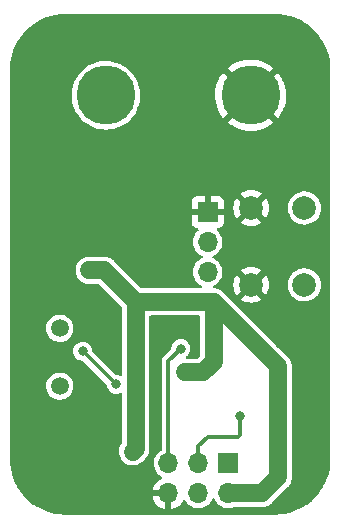
<source format=gbr>
%TF.GenerationSoftware,KiCad,Pcbnew,6.0.11+dfsg-1*%
%TF.CreationDate,2023-09-04T21:51:10-07:00*%
%TF.ProjectId,electrical_intro_project,656c6563-7472-4696-9361-6c5f696e7472,rev?*%
%TF.SameCoordinates,Original*%
%TF.FileFunction,Copper,L2,Bot*%
%TF.FilePolarity,Positive*%
%FSLAX46Y46*%
G04 Gerber Fmt 4.6, Leading zero omitted, Abs format (unit mm)*
G04 Created by KiCad (PCBNEW 6.0.11+dfsg-1) date 2023-09-04 21:51:10*
%MOMM*%
%LPD*%
G01*
G04 APERTURE LIST*
%TA.AperFunction,ComponentPad*%
%ADD10C,5.000000*%
%TD*%
%TA.AperFunction,ComponentPad*%
%ADD11R,1.700000X1.700000*%
%TD*%
%TA.AperFunction,ComponentPad*%
%ADD12O,1.700000X1.700000*%
%TD*%
%TA.AperFunction,ComponentPad*%
%ADD13C,1.500000*%
%TD*%
%TA.AperFunction,ComponentPad*%
%ADD14C,2.000000*%
%TD*%
%TA.AperFunction,ViaPad*%
%ADD15C,0.800000*%
%TD*%
%TA.AperFunction,Conductor*%
%ADD16C,1.500000*%
%TD*%
%TA.AperFunction,Conductor*%
%ADD17C,0.300000*%
%TD*%
G04 APERTURE END LIST*
D10*
%TO.P,TP6,1,1*%
%TO.N,GND*%
X155400000Y-88560000D03*
%TD*%
D11*
%TO.P,J1,1,MISO*%
%TO.N,MISO*%
X153525000Y-119725000D03*
D12*
%TO.P,J1,2,VCC*%
%TO.N,+5V*%
X153525000Y-122265000D03*
%TO.P,J1,3,SCK*%
%TO.N,SCK*%
X150985000Y-119725000D03*
%TO.P,J1,4,MOSI*%
%TO.N,MOSI*%
X150985000Y-122265000D03*
%TO.P,J1,5,~{RST}*%
%TO.N,RST*%
X148445000Y-119725000D03*
%TO.P,J1,6,GND*%
%TO.N,GND*%
X148445000Y-122265000D03*
%TD*%
D13*
%TO.P,Y1,1,1*%
%TO.N,XTAL1*%
X139250000Y-108300000D03*
%TO.P,Y1,2,2*%
%TO.N,XTAL2*%
X139250000Y-113180000D03*
%TD*%
D11*
%TO.P,J2,1,Pin_1*%
%TO.N,GND*%
X151765000Y-98440000D03*
D12*
%TO.P,J2,2,Pin_2*%
%TO.N,USART_TX*%
X151765000Y-100980000D03*
%TO.P,J2,3,Pin_3*%
%TO.N,USART_RX*%
X151765000Y-103520000D03*
%TD*%
D14*
%TO.P,SW1,1,1*%
%TO.N,GND*%
X155460000Y-98100000D03*
X155460000Y-104600000D03*
%TO.P,SW1,2,2*%
%TO.N,button_pin*%
X159960000Y-104600000D03*
X159960000Y-98100000D03*
%TD*%
D10*
%TO.P,TP5,1,1*%
%TO.N,Net-(C4-Pad1)*%
X143150000Y-88560000D03*
%TD*%
D15*
%TO.N,+5V*%
X145415000Y-118745000D03*
X151384000Y-112014000D03*
X149871000Y-112003000D03*
X141732000Y-103378000D03*
X157734000Y-112395000D03*
%TO.N,GND*%
X143000000Y-105666000D03*
X137922000Y-103632000D03*
X157861000Y-109601000D03*
X141478000Y-112268000D03*
%TO.N,XTAL1*%
X141175000Y-110225000D03*
X144018000Y-113030000D03*
%TO.N,SCK*%
X154500000Y-115750000D03*
%TO.N,RST*%
X149500000Y-110000000D03*
%TD*%
D16*
%TO.N,+5V*%
X145669000Y-106045000D02*
X152273000Y-106045000D01*
X152273000Y-106045000D02*
X157734000Y-111506000D01*
X152273000Y-111125000D02*
X151384000Y-112014000D01*
X145669000Y-106045000D02*
X143002000Y-103378000D01*
X152273000Y-106045000D02*
X152273000Y-111125000D01*
X157734000Y-120904000D02*
X156373000Y-122265000D01*
X143002000Y-103378000D02*
X141732000Y-103378000D01*
X145669000Y-106045000D02*
X145669000Y-118491000D01*
X156373000Y-122265000D02*
X153525000Y-122265000D01*
X157734000Y-111506000D02*
X157734000Y-120904000D01*
X145669000Y-118491000D02*
X145415000Y-118745000D01*
X149882000Y-112014000D02*
X149871000Y-112003000D01*
X151384000Y-112014000D02*
X149882000Y-112014000D01*
D17*
%TO.N,XTAL1*%
X143980000Y-113030000D02*
X144018000Y-113030000D01*
X141175000Y-110225000D02*
X143980000Y-113030000D01*
%TO.N,SCK*%
X154500000Y-117280000D02*
X154305000Y-117475000D01*
X151765000Y-117475000D02*
X150985000Y-118255000D01*
X154305000Y-117475000D02*
X151765000Y-117475000D01*
X154500000Y-115750000D02*
X154500000Y-117280000D01*
X150985000Y-118255000D02*
X150985000Y-119725000D01*
%TO.N,RST*%
X148445000Y-119725000D02*
X148445000Y-111055000D01*
X148445000Y-111055000D02*
X149500000Y-110000000D01*
%TD*%
%TA.AperFunction,Conductor*%
%TO.N,GND*%
G36*
X157458274Y-81682051D02*
G01*
X157480000Y-81685492D01*
X157492174Y-81683564D01*
X157517379Y-81682132D01*
X157882350Y-81698067D01*
X157893298Y-81699025D01*
X158287144Y-81750875D01*
X158297949Y-81752781D01*
X158685779Y-81838761D01*
X158696389Y-81841604D01*
X159075240Y-81961055D01*
X159085553Y-81964808D01*
X159452575Y-82116834D01*
X159462519Y-82121472D01*
X159814867Y-82304892D01*
X159824387Y-82310388D01*
X160159406Y-82523819D01*
X160168410Y-82530123D01*
X160483566Y-82771950D01*
X160491986Y-82779016D01*
X160784850Y-83047377D01*
X160792623Y-83055150D01*
X161060984Y-83348014D01*
X161068050Y-83356434D01*
X161309877Y-83671590D01*
X161316181Y-83680594D01*
X161529612Y-84015613D01*
X161535108Y-84025133D01*
X161718524Y-84377472D01*
X161723170Y-84387434D01*
X161875189Y-84754439D01*
X161878948Y-84764768D01*
X161998396Y-85143610D01*
X162001239Y-85154221D01*
X162087219Y-85542051D01*
X162089125Y-85552856D01*
X162120190Y-85788819D01*
X162140975Y-85946701D01*
X162141933Y-85957650D01*
X162155672Y-86272316D01*
X162157868Y-86322617D01*
X162156436Y-86347826D01*
X162154508Y-86360000D01*
X162156059Y-86369793D01*
X162157949Y-86381726D01*
X162159500Y-86401436D01*
X162159500Y-119338564D01*
X162157949Y-119358274D01*
X162154508Y-119380000D01*
X162156059Y-119389793D01*
X162156436Y-119392173D01*
X162157868Y-119417379D01*
X162149045Y-119619459D01*
X162141933Y-119782349D01*
X162140975Y-119793298D01*
X162093607Y-120153101D01*
X162089126Y-120187136D01*
X162087219Y-120197949D01*
X162012326Y-120535772D01*
X162001241Y-120585773D01*
X161998396Y-120596389D01*
X161879108Y-120974725D01*
X161878948Y-120975232D01*
X161875192Y-120985553D01*
X161725822Y-121346164D01*
X161723170Y-121352566D01*
X161718528Y-121362519D01*
X161572859Y-121642348D01*
X161535108Y-121714867D01*
X161529613Y-121724385D01*
X161487950Y-121789783D01*
X161316181Y-122059406D01*
X161309877Y-122068410D01*
X161068050Y-122383566D01*
X161060987Y-122391983D01*
X160803886Y-122672559D01*
X160792623Y-122684850D01*
X160784854Y-122692619D01*
X160589053Y-122872038D01*
X160491986Y-122960984D01*
X160483566Y-122968050D01*
X160168410Y-123209877D01*
X160159406Y-123216181D01*
X160106062Y-123250165D01*
X159846115Y-123415770D01*
X159824387Y-123429612D01*
X159814868Y-123435107D01*
X159462519Y-123618528D01*
X159452575Y-123623166D01*
X159085553Y-123775192D01*
X159075240Y-123778945D01*
X158696390Y-123898396D01*
X158685779Y-123901239D01*
X158297949Y-123987219D01*
X158287144Y-123989125D01*
X157893299Y-124040975D01*
X157882350Y-124041933D01*
X157517379Y-124057868D01*
X157492174Y-124056436D01*
X157480000Y-124054508D01*
X157470207Y-124056059D01*
X157458274Y-124057949D01*
X157438564Y-124059500D01*
X139741436Y-124059500D01*
X139721726Y-124057949D01*
X139709793Y-124056059D01*
X139700000Y-124054508D01*
X139687826Y-124056436D01*
X139662621Y-124057868D01*
X139297650Y-124041933D01*
X139286701Y-124040975D01*
X138892856Y-123989125D01*
X138882051Y-123987219D01*
X138494221Y-123901239D01*
X138483610Y-123898396D01*
X138104760Y-123778945D01*
X138094447Y-123775192D01*
X137727425Y-123623166D01*
X137717481Y-123618528D01*
X137365132Y-123435107D01*
X137355613Y-123429612D01*
X137333886Y-123415770D01*
X137073938Y-123250165D01*
X137020594Y-123216181D01*
X137011590Y-123209877D01*
X136696434Y-122968050D01*
X136688014Y-122960984D01*
X136590947Y-122872038D01*
X136395146Y-122692619D01*
X136387377Y-122684850D01*
X136376115Y-122672559D01*
X136248201Y-122532966D01*
X147113257Y-122532966D01*
X147143565Y-122667446D01*
X147146645Y-122677275D01*
X147226770Y-122874603D01*
X147231413Y-122883794D01*
X147342694Y-123065388D01*
X147348777Y-123073699D01*
X147488213Y-123234667D01*
X147495580Y-123241883D01*
X147659434Y-123377916D01*
X147667881Y-123383831D01*
X147851756Y-123491279D01*
X147861042Y-123495729D01*
X148060001Y-123571703D01*
X148069899Y-123574579D01*
X148173250Y-123595606D01*
X148187299Y-123594410D01*
X148191000Y-123584065D01*
X148191000Y-122537115D01*
X148186525Y-122521876D01*
X148185135Y-122520671D01*
X148177452Y-122519000D01*
X147128225Y-122519000D01*
X147114694Y-122522973D01*
X147113257Y-122532966D01*
X136248201Y-122532966D01*
X136119013Y-122391983D01*
X136111950Y-122383566D01*
X135870123Y-122068410D01*
X135863819Y-122059406D01*
X135692050Y-121789783D01*
X135650387Y-121724385D01*
X135644892Y-121714867D01*
X135607141Y-121642348D01*
X135461472Y-121362519D01*
X135456830Y-121352566D01*
X135454179Y-121346164D01*
X135304808Y-120985553D01*
X135301052Y-120975232D01*
X135300893Y-120974725D01*
X135181604Y-120596389D01*
X135178759Y-120585773D01*
X135167674Y-120535772D01*
X135092781Y-120197949D01*
X135090874Y-120187136D01*
X135086394Y-120153101D01*
X135039025Y-119793298D01*
X135038067Y-119782349D01*
X135030955Y-119619459D01*
X135022132Y-119417379D01*
X135023564Y-119392173D01*
X135023941Y-119389793D01*
X135025492Y-119380000D01*
X135022051Y-119358274D01*
X135020500Y-119338564D01*
X135020500Y-113149754D01*
X138094967Y-113149754D01*
X138108796Y-113360749D01*
X138110217Y-113366345D01*
X138110218Y-113366350D01*
X138132784Y-113455200D01*
X138160845Y-113565690D01*
X138249369Y-113757714D01*
X138371405Y-113930391D01*
X138522865Y-114077937D01*
X138527661Y-114081142D01*
X138527664Y-114081144D01*
X138670936Y-114176875D01*
X138698677Y-114195411D01*
X138703985Y-114197692D01*
X138703986Y-114197692D01*
X138887650Y-114276600D01*
X138887653Y-114276601D01*
X138892953Y-114278878D01*
X138898582Y-114280152D01*
X138898583Y-114280152D01*
X139093550Y-114324269D01*
X139093553Y-114324269D01*
X139099186Y-114325544D01*
X139104957Y-114325771D01*
X139104959Y-114325771D01*
X139166989Y-114328208D01*
X139310470Y-114333846D01*
X139316179Y-114333018D01*
X139316183Y-114333018D01*
X139514015Y-114304333D01*
X139514019Y-114304332D01*
X139519730Y-114303504D01*
X139598987Y-114276600D01*
X139714483Y-114237395D01*
X139714488Y-114237393D01*
X139719955Y-114235537D01*
X139724998Y-114232713D01*
X139899395Y-114135046D01*
X139899399Y-114135043D01*
X139904442Y-114132219D01*
X140067012Y-113997012D01*
X140202219Y-113834442D01*
X140205043Y-113829399D01*
X140205046Y-113829395D01*
X140302713Y-113654998D01*
X140302714Y-113654996D01*
X140305537Y-113649955D01*
X140307393Y-113644488D01*
X140307395Y-113644483D01*
X140371647Y-113455200D01*
X140373504Y-113449730D01*
X140384497Y-113373918D01*
X140403314Y-113244140D01*
X140403314Y-113244138D01*
X140403846Y-113240470D01*
X140405429Y-113180000D01*
X140386081Y-112969440D01*
X140328686Y-112765931D01*
X140317553Y-112743354D01*
X140237719Y-112581469D01*
X140235165Y-112576290D01*
X140108651Y-112406867D01*
X139953381Y-112263337D01*
X139924696Y-112245238D01*
X139779434Y-112153584D01*
X139779433Y-112153584D01*
X139774554Y-112150505D01*
X139578160Y-112072152D01*
X139572503Y-112071027D01*
X139572497Y-112071025D01*
X139376442Y-112032028D01*
X139376440Y-112032028D01*
X139370775Y-112030901D01*
X139365000Y-112030825D01*
X139364996Y-112030825D01*
X139258976Y-112029437D01*
X139159346Y-112028133D01*
X139153649Y-112029112D01*
X139153648Y-112029112D01*
X138956650Y-112062962D01*
X138956649Y-112062962D01*
X138950953Y-112063941D01*
X138752575Y-112137127D01*
X138747614Y-112140079D01*
X138747613Y-112140079D01*
X138594496Y-112231174D01*
X138570856Y-112245238D01*
X138411881Y-112384655D01*
X138280976Y-112550708D01*
X138278287Y-112555819D01*
X138278285Y-112555822D01*
X138264792Y-112581469D01*
X138182523Y-112737836D01*
X138119820Y-112939773D01*
X138094967Y-113149754D01*
X135020500Y-113149754D01*
X135020500Y-110213753D01*
X140369514Y-110213753D01*
X140370201Y-110220760D01*
X140370201Y-110220763D01*
X140378276Y-110303119D01*
X140387039Y-110392486D01*
X140443726Y-110562896D01*
X140447373Y-110568918D01*
X140523722Y-110694985D01*
X140536759Y-110716512D01*
X140541648Y-110721575D01*
X140541649Y-110721576D01*
X140600210Y-110782217D01*
X140661514Y-110845699D01*
X140811789Y-110944036D01*
X140980116Y-111006636D01*
X140987097Y-111007567D01*
X140987099Y-111007568D01*
X141151150Y-111029457D01*
X141151153Y-111029457D01*
X141158130Y-111030388D01*
X141157974Y-111031555D01*
X141219045Y-111050886D01*
X141237813Y-111066338D01*
X143183035Y-113011559D01*
X143217060Y-113073871D01*
X143219339Y-113088359D01*
X143222225Y-113117795D01*
X143230039Y-113197486D01*
X143232262Y-113204168D01*
X143232262Y-113204169D01*
X143284349Y-113360749D01*
X143286726Y-113367896D01*
X143379759Y-113521512D01*
X143384648Y-113526575D01*
X143384649Y-113526576D01*
X143461713Y-113606378D01*
X143504514Y-113650699D01*
X143654789Y-113749036D01*
X143823116Y-113811636D01*
X143830097Y-113812567D01*
X143830099Y-113812568D01*
X143994149Y-113834457D01*
X143994153Y-113834457D01*
X144001130Y-113835388D01*
X144008142Y-113834750D01*
X144008146Y-113834750D01*
X144172960Y-113819751D01*
X144172961Y-113819751D01*
X144179981Y-113819112D01*
X144350782Y-113763615D01*
X144351517Y-113765877D01*
X144410747Y-113757514D01*
X144475253Y-113787171D01*
X144513486Y-113846994D01*
X144518500Y-113882186D01*
X144518500Y-117978014D01*
X144498498Y-118046135D01*
X144489381Y-118058575D01*
X144462781Y-118090558D01*
X144459957Y-118095601D01*
X144459954Y-118095605D01*
X144365698Y-118263912D01*
X144359463Y-118275045D01*
X144357607Y-118280512D01*
X144357605Y-118280517D01*
X144293353Y-118469800D01*
X144291496Y-118475271D01*
X144290668Y-118480982D01*
X144290667Y-118480986D01*
X144266815Y-118645491D01*
X144261154Y-118684530D01*
X144269456Y-118895813D01*
X144316121Y-119102047D01*
X144321763Y-119115178D01*
X144393351Y-119281803D01*
X144399589Y-119296323D01*
X144402799Y-119301127D01*
X144457248Y-119382615D01*
X144517063Y-119472135D01*
X144664609Y-119623595D01*
X144669320Y-119626924D01*
X144669323Y-119626927D01*
X144832570Y-119742299D01*
X144837285Y-119745631D01*
X145029310Y-119834155D01*
X145034905Y-119835576D01*
X145228650Y-119884782D01*
X145228655Y-119884783D01*
X145234251Y-119886204D01*
X145445246Y-119900033D01*
X145655227Y-119875180D01*
X145660737Y-119873469D01*
X145660742Y-119873468D01*
X145782772Y-119835576D01*
X145857163Y-119812477D01*
X145862270Y-119809790D01*
X145862275Y-119809788D01*
X146039183Y-119716712D01*
X146044292Y-119714024D01*
X146154775Y-119626927D01*
X146177137Y-119609298D01*
X146177140Y-119609296D01*
X146180058Y-119606995D01*
X146452087Y-119334966D01*
X146458105Y-119329329D01*
X146490431Y-119300980D01*
X146507119Y-119286345D01*
X146510693Y-119281812D01*
X146510701Y-119281803D01*
X146562232Y-119216435D01*
X146564308Y-119213871D01*
X146617521Y-119149889D01*
X146617524Y-119149885D01*
X146621219Y-119145442D01*
X146624043Y-119140400D01*
X146625844Y-119137779D01*
X146632729Y-119127475D01*
X146634448Y-119124829D01*
X146638024Y-119120292D01*
X146640715Y-119115178D01*
X146679465Y-119041527D01*
X146681038Y-119038629D01*
X146721715Y-118965994D01*
X146724537Y-118960955D01*
X146726394Y-118955483D01*
X146727681Y-118952593D01*
X146732588Y-118941171D01*
X146733786Y-118938279D01*
X146736477Y-118933164D01*
X146762875Y-118848151D01*
X146763893Y-118845016D01*
X146790274Y-118767299D01*
X146792504Y-118760730D01*
X146793334Y-118755008D01*
X146794048Y-118752033D01*
X146796836Y-118739714D01*
X146797468Y-118736742D01*
X146799180Y-118731227D01*
X146809647Y-118642796D01*
X146810078Y-118639527D01*
X146822016Y-118557186D01*
X146822845Y-118551471D01*
X146819597Y-118468800D01*
X146819500Y-118463853D01*
X146819500Y-107321500D01*
X146839502Y-107253379D01*
X146893158Y-107206886D01*
X146945500Y-107195500D01*
X150996500Y-107195500D01*
X151064621Y-107215502D01*
X151111114Y-107269158D01*
X151122500Y-107321500D01*
X151122500Y-110596256D01*
X151102498Y-110664377D01*
X151085596Y-110685351D01*
X150944353Y-110826595D01*
X150882041Y-110860620D01*
X150855257Y-110863500D01*
X150067879Y-110863500D01*
X149999758Y-110843498D01*
X149953265Y-110789842D01*
X149943161Y-110719568D01*
X149972655Y-110654988D01*
X149986589Y-110641929D01*
X149987044Y-110641657D01*
X149992144Y-110636800D01*
X149992147Y-110636798D01*
X150069751Y-110562896D01*
X150117099Y-110517807D01*
X150216483Y-110368222D01*
X150262344Y-110247493D01*
X150277757Y-110206919D01*
X150277758Y-110206914D01*
X150280257Y-110200336D01*
X150299574Y-110062886D01*
X150304700Y-110026416D01*
X150304700Y-110026411D01*
X150305251Y-110022493D01*
X150305565Y-110000000D01*
X150285546Y-109821528D01*
X150279427Y-109803955D01*
X150250812Y-109721786D01*
X150226485Y-109651927D01*
X150192284Y-109597193D01*
X150135049Y-109505599D01*
X150131316Y-109499625D01*
X150067771Y-109435635D01*
X150009733Y-109377190D01*
X150009729Y-109377187D01*
X150004770Y-109372193D01*
X149993761Y-109365206D01*
X149910238Y-109312201D01*
X149853136Y-109275963D01*
X149823352Y-109265357D01*
X149690586Y-109218081D01*
X149690581Y-109218080D01*
X149683951Y-109215719D01*
X149676965Y-109214886D01*
X149676961Y-109214885D01*
X149534825Y-109197937D01*
X149505624Y-109194455D01*
X149498621Y-109195191D01*
X149498620Y-109195191D01*
X149334025Y-109212490D01*
X149334021Y-109212491D01*
X149327017Y-109213227D01*
X149320346Y-109215498D01*
X149163677Y-109268832D01*
X149163674Y-109268833D01*
X149157007Y-109271103D01*
X149151009Y-109274793D01*
X149151007Y-109274794D01*
X149090203Y-109312201D01*
X149004045Y-109365206D01*
X148999014Y-109370132D01*
X148999011Y-109370135D01*
X148947896Y-109420191D01*
X148875732Y-109490859D01*
X148871913Y-109496784D01*
X148871912Y-109496786D01*
X148807204Y-109597193D01*
X148778446Y-109641817D01*
X148717022Y-109810578D01*
X148694514Y-109988753D01*
X148691533Y-109988376D01*
X148674496Y-110043439D01*
X148658590Y-110062886D01*
X148066358Y-110655118D01*
X148062549Y-110658771D01*
X148016844Y-110700799D01*
X147993901Y-110737802D01*
X147987200Y-110747552D01*
X147960888Y-110782217D01*
X147955354Y-110796195D01*
X147945293Y-110816199D01*
X147937365Y-110828986D01*
X147934968Y-110837237D01*
X147934967Y-110837239D01*
X147925225Y-110870772D01*
X147921380Y-110882002D01*
X147905364Y-110922453D01*
X147904466Y-110930994D01*
X147904466Y-110930995D01*
X147903792Y-110937408D01*
X147899480Y-110959383D01*
X147895285Y-110973825D01*
X147894500Y-110984515D01*
X147894500Y-111019217D01*
X147893810Y-111032387D01*
X147889599Y-111072454D01*
X147891031Y-111080919D01*
X147891031Y-111080928D01*
X147892735Y-111091000D01*
X147894500Y-111112013D01*
X147894500Y-118521657D01*
X147874498Y-118589778D01*
X147826480Y-118631719D01*
X147827115Y-118632820D01*
X147822345Y-118635575D01*
X147817362Y-118637898D01*
X147638123Y-118763402D01*
X147483402Y-118918123D01*
X147357898Y-119097362D01*
X147355577Y-119102340D01*
X147355575Y-119102343D01*
X147302978Y-119215137D01*
X147265425Y-119295670D01*
X147264003Y-119300978D01*
X147264002Y-119300980D01*
X147251274Y-119348481D01*
X147208793Y-119507023D01*
X147189723Y-119725000D01*
X147208793Y-119942977D01*
X147265425Y-120154330D01*
X147267747Y-120159310D01*
X147267748Y-120159312D01*
X147283265Y-120192587D01*
X147357898Y-120352638D01*
X147483402Y-120531877D01*
X147638123Y-120686598D01*
X147642631Y-120689755D01*
X147642634Y-120689757D01*
X147670319Y-120709142D01*
X147817361Y-120812102D01*
X147822343Y-120814425D01*
X147822348Y-120814428D01*
X147837663Y-120821569D01*
X147890948Y-120868486D01*
X147910409Y-120936764D01*
X147889867Y-121004724D01*
X147842593Y-121047527D01*
X147723463Y-121109542D01*
X147714738Y-121115036D01*
X147544433Y-121242905D01*
X147536726Y-121249748D01*
X147389590Y-121403717D01*
X147383104Y-121411727D01*
X147263098Y-121587649D01*
X147258000Y-121596623D01*
X147168338Y-121789783D01*
X147164775Y-121799470D01*
X147109389Y-121999183D01*
X147110912Y-122007607D01*
X147123292Y-122011000D01*
X148573000Y-122011000D01*
X148641121Y-122031002D01*
X148687614Y-122084658D01*
X148699000Y-122137000D01*
X148699000Y-123583517D01*
X148703064Y-123597359D01*
X148716478Y-123599393D01*
X148723184Y-123598534D01*
X148733262Y-123596392D01*
X148937255Y-123535191D01*
X148946842Y-123531433D01*
X149138095Y-123437739D01*
X149146945Y-123432464D01*
X149320328Y-123308792D01*
X149328200Y-123302139D01*
X149479052Y-123151812D01*
X149485730Y-123143965D01*
X149610003Y-122971020D01*
X149615310Y-122962188D01*
X149661140Y-122869460D01*
X149709254Y-122817254D01*
X149777956Y-122799347D01*
X149845432Y-122821426D01*
X149888292Y-122872038D01*
X149897898Y-122892638D01*
X150023402Y-123071877D01*
X150178123Y-123226598D01*
X150182631Y-123229755D01*
X150182634Y-123229757D01*
X150347584Y-123345256D01*
X150357361Y-123352102D01*
X150362343Y-123354425D01*
X150362348Y-123354428D01*
X150535368Y-123435108D01*
X150555670Y-123444575D01*
X150560978Y-123445997D01*
X150560980Y-123445998D01*
X150626745Y-123463620D01*
X150767023Y-123501207D01*
X150985000Y-123520277D01*
X151202977Y-123501207D01*
X151343255Y-123463620D01*
X151409020Y-123445998D01*
X151409022Y-123445997D01*
X151414330Y-123444575D01*
X151434632Y-123435108D01*
X151607652Y-123354428D01*
X151607657Y-123354425D01*
X151612639Y-123352102D01*
X151622416Y-123345256D01*
X151787366Y-123229757D01*
X151787369Y-123229755D01*
X151791877Y-123226598D01*
X151946598Y-123071877D01*
X152072102Y-122892638D01*
X152107255Y-122817254D01*
X152140805Y-122745305D01*
X152187723Y-122692020D01*
X152256000Y-122672559D01*
X152323960Y-122693101D01*
X152369195Y-122745305D01*
X152402746Y-122817254D01*
X152437898Y-122892638D01*
X152563402Y-123071877D01*
X152718123Y-123226598D01*
X152722631Y-123229755D01*
X152722634Y-123229757D01*
X152887584Y-123345256D01*
X152897361Y-123352102D01*
X152902343Y-123354425D01*
X152902348Y-123354428D01*
X153075368Y-123435108D01*
X153095670Y-123444575D01*
X153100978Y-123445997D01*
X153100980Y-123445998D01*
X153166745Y-123463620D01*
X153307023Y-123501207D01*
X153525000Y-123520277D01*
X153742977Y-123501207D01*
X153883255Y-123463620D01*
X153949020Y-123445998D01*
X153949022Y-123445997D01*
X153954330Y-123444575D01*
X153959313Y-123442252D01*
X153959317Y-123442250D01*
X153991367Y-123427305D01*
X154044616Y-123415500D01*
X156329963Y-123415500D01*
X156338203Y-123415770D01*
X156403246Y-123420033D01*
X156491691Y-123409564D01*
X156494950Y-123409223D01*
X156514773Y-123407401D01*
X156577806Y-123401610D01*
X156577809Y-123401609D01*
X156583560Y-123401081D01*
X156589122Y-123399512D01*
X156592161Y-123398949D01*
X156604481Y-123396499D01*
X156607494Y-123395858D01*
X156613227Y-123395180D01*
X156618744Y-123393467D01*
X156618748Y-123393466D01*
X156698201Y-123368795D01*
X156701364Y-123367858D01*
X156781507Y-123345256D01*
X156781521Y-123345251D01*
X156787069Y-123343686D01*
X156792244Y-123341134D01*
X156795133Y-123340025D01*
X156806752Y-123335389D01*
X156809646Y-123334190D01*
X156815163Y-123332477D01*
X156893936Y-123291033D01*
X156896867Y-123289539D01*
X156971524Y-123252723D01*
X156971529Y-123252720D01*
X156976710Y-123250165D01*
X156981341Y-123246707D01*
X156984035Y-123245056D01*
X156994618Y-123238379D01*
X156997191Y-123236708D01*
X157002292Y-123234024D01*
X157072215Y-123178902D01*
X157074817Y-123176905D01*
X157141509Y-123127104D01*
X157141510Y-123127103D01*
X157146133Y-123123651D01*
X157202311Y-123062878D01*
X157205740Y-123059313D01*
X158517087Y-121747966D01*
X158523105Y-121742329D01*
X158548851Y-121719750D01*
X158572119Y-121699345D01*
X158617056Y-121642343D01*
X158627242Y-121629422D01*
X158629297Y-121626884D01*
X158686219Y-121558442D01*
X158689042Y-121553401D01*
X158690825Y-121550807D01*
X158697729Y-121540475D01*
X158699448Y-121537829D01*
X158703024Y-121533292D01*
X158742573Y-121458123D01*
X158744465Y-121454527D01*
X158746038Y-121451629D01*
X158786715Y-121378994D01*
X158789537Y-121373955D01*
X158791394Y-121368483D01*
X158792681Y-121365593D01*
X158797588Y-121354171D01*
X158798786Y-121351279D01*
X158801477Y-121346164D01*
X158815736Y-121300243D01*
X158827871Y-121261164D01*
X158828890Y-121258028D01*
X158855647Y-121179202D01*
X158857505Y-121173729D01*
X158858334Y-121168012D01*
X158859075Y-121164925D01*
X158861798Y-121152892D01*
X158862468Y-121149740D01*
X158864180Y-121144227D01*
X158874646Y-121055805D01*
X158875073Y-121052563D01*
X158875567Y-121049158D01*
X158887846Y-120964470D01*
X158884597Y-120881783D01*
X158884500Y-120876837D01*
X158884500Y-111549037D01*
X158884770Y-111540796D01*
X158888655Y-111481520D01*
X158889033Y-111475754D01*
X158878564Y-111387309D01*
X158878222Y-111384043D01*
X158870610Y-111301194D01*
X158870609Y-111301191D01*
X158870081Y-111295440D01*
X158868512Y-111289878D01*
X158867949Y-111286839D01*
X158865499Y-111274519D01*
X158864858Y-111271506D01*
X158864180Y-111265773D01*
X158839245Y-111185470D01*
X158837795Y-111180799D01*
X158836858Y-111177636D01*
X158814256Y-111097493D01*
X158814251Y-111097479D01*
X158812686Y-111091931D01*
X158810134Y-111086756D01*
X158809025Y-111083867D01*
X158804389Y-111072248D01*
X158803190Y-111069354D01*
X158801477Y-111063837D01*
X158760033Y-110985064D01*
X158758539Y-110982133D01*
X158721723Y-110907476D01*
X158721720Y-110907471D01*
X158719165Y-110902290D01*
X158715707Y-110897659D01*
X158714056Y-110894965D01*
X158707379Y-110884382D01*
X158705708Y-110881809D01*
X158703024Y-110876708D01*
X158647902Y-110806785D01*
X158645905Y-110804183D01*
X158596104Y-110737491D01*
X158596103Y-110737490D01*
X158592651Y-110732867D01*
X158531878Y-110676689D01*
X158528313Y-110673260D01*
X153687722Y-105832670D01*
X154592160Y-105832670D01*
X154597887Y-105840320D01*
X154769042Y-105945205D01*
X154777837Y-105949687D01*
X154987988Y-106036734D01*
X154997373Y-106039783D01*
X155218554Y-106092885D01*
X155228301Y-106094428D01*
X155455070Y-106112275D01*
X155464930Y-106112275D01*
X155691699Y-106094428D01*
X155701446Y-106092885D01*
X155922627Y-106039783D01*
X155932012Y-106036734D01*
X156142163Y-105949687D01*
X156150958Y-105945205D01*
X156318445Y-105842568D01*
X156327907Y-105832110D01*
X156324124Y-105823334D01*
X155472812Y-104972022D01*
X155458868Y-104964408D01*
X155457035Y-104964539D01*
X155450420Y-104968790D01*
X154598920Y-105820290D01*
X154592160Y-105832670D01*
X153687722Y-105832670D01*
X153152032Y-105296980D01*
X153140169Y-105283274D01*
X153135104Y-105276491D01*
X153135103Y-105276490D01*
X153131651Y-105271867D01*
X153127418Y-105267954D01*
X153127410Y-105267945D01*
X153103147Y-105245517D01*
X153093950Y-105236077D01*
X153068345Y-105206881D01*
X153024704Y-105172477D01*
X153017183Y-105166054D01*
X152980616Y-105132252D01*
X152976381Y-105128337D01*
X152957721Y-105116564D01*
X152944394Y-105106880D01*
X152927442Y-105092781D01*
X152922401Y-105089958D01*
X152919807Y-105088175D01*
X152909454Y-105081257D01*
X152906826Y-105079550D01*
X152902292Y-105075976D01*
X152853109Y-105050100D01*
X152844544Y-105045154D01*
X152802439Y-105018587D01*
X152802437Y-105018586D01*
X152797554Y-105015505D01*
X152777065Y-105007330D01*
X152762192Y-105000236D01*
X152747996Y-104992286D01*
X152742955Y-104989463D01*
X152737485Y-104987606D01*
X152734596Y-104986320D01*
X152723117Y-104981389D01*
X152720271Y-104980210D01*
X152715164Y-104977523D01*
X152709659Y-104975814D01*
X152709655Y-104975812D01*
X152662093Y-104961044D01*
X152652767Y-104957741D01*
X152606529Y-104939294D01*
X152601160Y-104937152D01*
X152579528Y-104932849D01*
X152563612Y-104928584D01*
X152548195Y-104923351D01*
X152548191Y-104923350D01*
X152542729Y-104921496D01*
X152537017Y-104920668D01*
X152534090Y-104919965D01*
X152521701Y-104917161D01*
X152518740Y-104916532D01*
X152513227Y-104914820D01*
X152458037Y-104908288D01*
X152448280Y-104906743D01*
X152393775Y-104895901D01*
X152387999Y-104895825D01*
X152387996Y-104895825D01*
X152371728Y-104895612D01*
X152355302Y-104894319D01*
X152333471Y-104891154D01*
X152333779Y-104889030D01*
X152275727Y-104868633D01*
X152232102Y-104812621D01*
X152225684Y-104741916D01*
X152258511Y-104678964D01*
X152296044Y-104652145D01*
X152387652Y-104609428D01*
X152387657Y-104609425D01*
X152392639Y-104607102D01*
X152395741Y-104604930D01*
X153947725Y-104604930D01*
X153965572Y-104831699D01*
X153967115Y-104841446D01*
X154020217Y-105062627D01*
X154023266Y-105072012D01*
X154110313Y-105282163D01*
X154114795Y-105290958D01*
X154217432Y-105458445D01*
X154227890Y-105467907D01*
X154236666Y-105464124D01*
X155087978Y-104612812D01*
X155094356Y-104601132D01*
X155824408Y-104601132D01*
X155824539Y-104602965D01*
X155828790Y-104609580D01*
X156680290Y-105461080D01*
X156692670Y-105467840D01*
X156700320Y-105462113D01*
X156805205Y-105290958D01*
X156809687Y-105282163D01*
X156896734Y-105072012D01*
X156899783Y-105062627D01*
X156952885Y-104841446D01*
X156954428Y-104831699D01*
X156972275Y-104604930D01*
X156972275Y-104595070D01*
X156969961Y-104565665D01*
X158555119Y-104565665D01*
X158555416Y-104570817D01*
X158555416Y-104570821D01*
X158560105Y-104652145D01*
X158568376Y-104795580D01*
X158569513Y-104800626D01*
X158569514Y-104800632D01*
X158597171Y-104923351D01*
X158619006Y-105020242D01*
X158620948Y-105025024D01*
X158620949Y-105025028D01*
X158678214Y-105166054D01*
X158705649Y-105233618D01*
X158825979Y-105429978D01*
X158976763Y-105604048D01*
X159153953Y-105751154D01*
X159352790Y-105867345D01*
X159567934Y-105949501D01*
X159573000Y-105950532D01*
X159573001Y-105950532D01*
X159673697Y-105971018D01*
X159793607Y-105995414D01*
X159923352Y-106000172D01*
X160018585Y-106003664D01*
X160018589Y-106003664D01*
X160023749Y-106003853D01*
X160028869Y-106003197D01*
X160028871Y-106003197D01*
X160098272Y-105994307D01*
X160252178Y-105974591D01*
X160257126Y-105973106D01*
X160257133Y-105973105D01*
X160467811Y-105909898D01*
X160467810Y-105909898D01*
X160472761Y-105908413D01*
X160679574Y-105807096D01*
X160867062Y-105673363D01*
X161030190Y-105510803D01*
X161065920Y-105461080D01*
X161161559Y-105327983D01*
X161164577Y-105323783D01*
X161266615Y-105117325D01*
X161287039Y-105050102D01*
X161332059Y-104901927D01*
X161332060Y-104901921D01*
X161333563Y-104896975D01*
X161347592Y-104790411D01*
X161363185Y-104671971D01*
X161363185Y-104671965D01*
X161363622Y-104668649D01*
X161365070Y-104609428D01*
X161365218Y-104603364D01*
X161365218Y-104603360D01*
X161365300Y-104600000D01*
X161346430Y-104370478D01*
X161290326Y-104147120D01*
X161236750Y-104023903D01*
X161200556Y-103940661D01*
X161200554Y-103940658D01*
X161198496Y-103935924D01*
X161073405Y-103742563D01*
X161069151Y-103737887D01*
X160921890Y-103576051D01*
X160921889Y-103576050D01*
X160918412Y-103572229D01*
X160914361Y-103569030D01*
X160914357Y-103569026D01*
X160741735Y-103432697D01*
X160741730Y-103432693D01*
X160737681Y-103429496D01*
X160733165Y-103427003D01*
X160733162Y-103427001D01*
X160540589Y-103320695D01*
X160540585Y-103320693D01*
X160536065Y-103318198D01*
X160531196Y-103316474D01*
X160531192Y-103316472D01*
X160323853Y-103243049D01*
X160323849Y-103243048D01*
X160318978Y-103241323D01*
X160313885Y-103240416D01*
X160313882Y-103240415D01*
X160217707Y-103223284D01*
X160092250Y-103200937D01*
X160005802Y-103199881D01*
X159867141Y-103198186D01*
X159867139Y-103198186D01*
X159861971Y-103198123D01*
X159634325Y-103232958D01*
X159415424Y-103304506D01*
X159211149Y-103410845D01*
X159026984Y-103549119D01*
X158867877Y-103715616D01*
X158864963Y-103719888D01*
X158864962Y-103719889D01*
X158849495Y-103742563D01*
X158738099Y-103905863D01*
X158735923Y-103910552D01*
X158735919Y-103910558D01*
X158665860Y-104061488D01*
X158641136Y-104114752D01*
X158607661Y-104235461D01*
X158582309Y-104326877D01*
X158579592Y-104336673D01*
X158579043Y-104341810D01*
X158559138Y-104528064D01*
X158555119Y-104565665D01*
X156969961Y-104565665D01*
X156954428Y-104368301D01*
X156952885Y-104358554D01*
X156899783Y-104137373D01*
X156896734Y-104127988D01*
X156809687Y-103917837D01*
X156805205Y-103909042D01*
X156702568Y-103741555D01*
X156692110Y-103732093D01*
X156683334Y-103735876D01*
X155832022Y-104587188D01*
X155824408Y-104601132D01*
X155094356Y-104601132D01*
X155095592Y-104598868D01*
X155095461Y-104597035D01*
X155091210Y-104590420D01*
X154239710Y-103738920D01*
X154227330Y-103732160D01*
X154219680Y-103737887D01*
X154114795Y-103909042D01*
X154110313Y-103917837D01*
X154023266Y-104127988D01*
X154020217Y-104137373D01*
X153967115Y-104358554D01*
X153965572Y-104368301D01*
X153947725Y-104595070D01*
X153947725Y-104604930D01*
X152395741Y-104604930D01*
X152397148Y-104603945D01*
X152567366Y-104484757D01*
X152567369Y-104484755D01*
X152571877Y-104481598D01*
X152726598Y-104326877D01*
X152852102Y-104147638D01*
X152854554Y-104142381D01*
X152942252Y-103954312D01*
X152942253Y-103954310D01*
X152944575Y-103949330D01*
X153001207Y-103737977D01*
X153020277Y-103520000D01*
X153006969Y-103367890D01*
X154592093Y-103367890D01*
X154595876Y-103376666D01*
X155447188Y-104227978D01*
X155461132Y-104235592D01*
X155462965Y-104235461D01*
X155469580Y-104231210D01*
X156321080Y-103379710D01*
X156327840Y-103367330D01*
X156322113Y-103359680D01*
X156150958Y-103254795D01*
X156142163Y-103250313D01*
X155932012Y-103163266D01*
X155922627Y-103160217D01*
X155701446Y-103107115D01*
X155691699Y-103105572D01*
X155464930Y-103087725D01*
X155455070Y-103087725D01*
X155228301Y-103105572D01*
X155218554Y-103107115D01*
X154997373Y-103160217D01*
X154987988Y-103163266D01*
X154777837Y-103250313D01*
X154769042Y-103254795D01*
X154601555Y-103357432D01*
X154592093Y-103367890D01*
X153006969Y-103367890D01*
X153001207Y-103302023D01*
X152963210Y-103160217D01*
X152945998Y-103095980D01*
X152945997Y-103095978D01*
X152944575Y-103090670D01*
X152852102Y-102892362D01*
X152726598Y-102713123D01*
X152571877Y-102558402D01*
X152567369Y-102555245D01*
X152567366Y-102555243D01*
X152397148Y-102436055D01*
X152397145Y-102436053D01*
X152392639Y-102432898D01*
X152387657Y-102430575D01*
X152387652Y-102430572D01*
X152245305Y-102364195D01*
X152192020Y-102317278D01*
X152172559Y-102249000D01*
X152193101Y-102181040D01*
X152245305Y-102135805D01*
X152387652Y-102069428D01*
X152387657Y-102069425D01*
X152392639Y-102067102D01*
X152397148Y-102063945D01*
X152567366Y-101944757D01*
X152567369Y-101944755D01*
X152571877Y-101941598D01*
X152726598Y-101786877D01*
X152852102Y-101607638D01*
X152944575Y-101409330D01*
X153001207Y-101197977D01*
X153020277Y-100980000D01*
X153001207Y-100762023D01*
X152944575Y-100550670D01*
X152852102Y-100352362D01*
X152726598Y-100173123D01*
X152571877Y-100018402D01*
X152572098Y-100018181D01*
X152534327Y-99961403D01*
X152533205Y-99890415D01*
X152570640Y-99830090D01*
X152634747Y-99799580D01*
X152654647Y-99797999D01*
X152659669Y-99797999D01*
X152666490Y-99797629D01*
X152717352Y-99792105D01*
X152732604Y-99788479D01*
X152853054Y-99743324D01*
X152868649Y-99734786D01*
X152970724Y-99658285D01*
X152983285Y-99645724D01*
X153059786Y-99543649D01*
X153068324Y-99528054D01*
X153113478Y-99407606D01*
X153117105Y-99392351D01*
X153122631Y-99341486D01*
X153123000Y-99334672D01*
X153123000Y-99332670D01*
X154592160Y-99332670D01*
X154597887Y-99340320D01*
X154769042Y-99445205D01*
X154777837Y-99449687D01*
X154987988Y-99536734D01*
X154997373Y-99539783D01*
X155218554Y-99592885D01*
X155228301Y-99594428D01*
X155455070Y-99612275D01*
X155464930Y-99612275D01*
X155691699Y-99594428D01*
X155701446Y-99592885D01*
X155922627Y-99539783D01*
X155932012Y-99536734D01*
X156142163Y-99449687D01*
X156150958Y-99445205D01*
X156318445Y-99342568D01*
X156327907Y-99332110D01*
X156324124Y-99323334D01*
X155472812Y-98472022D01*
X155458868Y-98464408D01*
X155457035Y-98464539D01*
X155450420Y-98468790D01*
X154598920Y-99320290D01*
X154592160Y-99332670D01*
X153123000Y-99332670D01*
X153123000Y-98712115D01*
X153118525Y-98696876D01*
X153117135Y-98695671D01*
X153109452Y-98694000D01*
X150425116Y-98694000D01*
X150409877Y-98698475D01*
X150408672Y-98699865D01*
X150407001Y-98707548D01*
X150407001Y-99334669D01*
X150407371Y-99341490D01*
X150412895Y-99392352D01*
X150416521Y-99407604D01*
X150461676Y-99528054D01*
X150470214Y-99543649D01*
X150546715Y-99645724D01*
X150559276Y-99658285D01*
X150661351Y-99734786D01*
X150676946Y-99743324D01*
X150797394Y-99788478D01*
X150812649Y-99792105D01*
X150863514Y-99797631D01*
X150870328Y-99798000D01*
X150875353Y-99798000D01*
X150943474Y-99818002D01*
X150989967Y-99871658D01*
X151000071Y-99941932D01*
X150970577Y-100006512D01*
X150959421Y-100017493D01*
X150958123Y-100018402D01*
X150803402Y-100173123D01*
X150677898Y-100352362D01*
X150585425Y-100550670D01*
X150528793Y-100762023D01*
X150509723Y-100980000D01*
X150528793Y-101197977D01*
X150585425Y-101409330D01*
X150677898Y-101607638D01*
X150803402Y-101786877D01*
X150958123Y-101941598D01*
X150962631Y-101944755D01*
X150962634Y-101944757D01*
X151132852Y-102063945D01*
X151137361Y-102067102D01*
X151142343Y-102069425D01*
X151142348Y-102069428D01*
X151284695Y-102135805D01*
X151337980Y-102182722D01*
X151357441Y-102251000D01*
X151336899Y-102318960D01*
X151284695Y-102364195D01*
X151142343Y-102430575D01*
X151142340Y-102430577D01*
X151137362Y-102432898D01*
X150958123Y-102558402D01*
X150803402Y-102713123D01*
X150677898Y-102892362D01*
X150585425Y-103090670D01*
X150584003Y-103095978D01*
X150584002Y-103095980D01*
X150566790Y-103160217D01*
X150528793Y-103302023D01*
X150509723Y-103520000D01*
X150528793Y-103737977D01*
X150585425Y-103949330D01*
X150587747Y-103954310D01*
X150587748Y-103954312D01*
X150675447Y-104142381D01*
X150677898Y-104147638D01*
X150803402Y-104326877D01*
X150958123Y-104481598D01*
X150962631Y-104484755D01*
X150962634Y-104484757D01*
X151132852Y-104603945D01*
X151137361Y-104607102D01*
X151142343Y-104609425D01*
X151142348Y-104609428D01*
X151238588Y-104654305D01*
X151291873Y-104701222D01*
X151311334Y-104769500D01*
X151290792Y-104837460D01*
X151236769Y-104883525D01*
X151185338Y-104894500D01*
X146197742Y-104894500D01*
X146129621Y-104874498D01*
X146108647Y-104857595D01*
X143845973Y-102594921D01*
X143840336Y-102588903D01*
X143801157Y-102544228D01*
X143797345Y-102539881D01*
X143727373Y-102484720D01*
X143724882Y-102482702D01*
X143660890Y-102429479D01*
X143660880Y-102429472D01*
X143656442Y-102425781D01*
X143651401Y-102422958D01*
X143648779Y-102421156D01*
X143638475Y-102414271D01*
X143635829Y-102412552D01*
X143631292Y-102408976D01*
X143626181Y-102406287D01*
X143626178Y-102406285D01*
X143552527Y-102367535D01*
X143549629Y-102365962D01*
X143476994Y-102325285D01*
X143471955Y-102322463D01*
X143466483Y-102320606D01*
X143463593Y-102319319D01*
X143452171Y-102314412D01*
X143449278Y-102313214D01*
X143444164Y-102310523D01*
X143390471Y-102293851D01*
X143359167Y-102284130D01*
X143356033Y-102283112D01*
X143277191Y-102256350D01*
X143277190Y-102256350D01*
X143271729Y-102254496D01*
X143266017Y-102253668D01*
X143263090Y-102252965D01*
X143250714Y-102250164D01*
X143247742Y-102249532D01*
X143242227Y-102247820D01*
X143153789Y-102237352D01*
X143150586Y-102236930D01*
X143091111Y-102228307D01*
X143068182Y-102224982D01*
X143068180Y-102224982D01*
X143062470Y-102224154D01*
X142979784Y-102227403D01*
X142974837Y-102227500D01*
X141678359Y-102227500D01*
X141521440Y-102241919D01*
X141515878Y-102243488D01*
X141515876Y-102243488D01*
X141476845Y-102254496D01*
X141317931Y-102299314D01*
X141312753Y-102301867D01*
X141312749Y-102301869D01*
X141179593Y-102367535D01*
X141128290Y-102392835D01*
X140958867Y-102519349D01*
X140815337Y-102674619D01*
X140702505Y-102853446D01*
X140624152Y-103049840D01*
X140623027Y-103055497D01*
X140623025Y-103055503D01*
X140586064Y-103241323D01*
X140582901Y-103257225D01*
X140582825Y-103263000D01*
X140582825Y-103263004D01*
X140582303Y-103302899D01*
X140580133Y-103468654D01*
X140581112Y-103474351D01*
X140581112Y-103474352D01*
X140589897Y-103525475D01*
X140615941Y-103677047D01*
X140689127Y-103875425D01*
X140692079Y-103880386D01*
X140692079Y-103880387D01*
X140729937Y-103944020D01*
X140797238Y-104057144D01*
X140936655Y-104216119D01*
X141102708Y-104347024D01*
X141107819Y-104349713D01*
X141107822Y-104349715D01*
X141157096Y-104375639D01*
X141289836Y-104445477D01*
X141491773Y-104508180D01*
X141497510Y-104508859D01*
X141659768Y-104528064D01*
X141659775Y-104528064D01*
X141663455Y-104528500D01*
X142473257Y-104528500D01*
X142541378Y-104548502D01*
X142562352Y-104565405D01*
X144481595Y-106484648D01*
X144515621Y-106546960D01*
X144518500Y-106573743D01*
X144518500Y-112179821D01*
X144498498Y-112247942D01*
X144444842Y-112294435D01*
X144374568Y-112304539D01*
X144350235Y-112298520D01*
X144242776Y-112260256D01*
X144208585Y-112248081D01*
X144208583Y-112248081D01*
X144201951Y-112245719D01*
X144194965Y-112244886D01*
X144194961Y-112244885D01*
X144067177Y-112229648D01*
X144023624Y-112224455D01*
X144016620Y-112225191D01*
X144009574Y-112225142D01*
X144009588Y-112223084D01*
X143949634Y-112212122D01*
X143917202Y-112188677D01*
X142015183Y-110286659D01*
X141981158Y-110224347D01*
X141979063Y-110211609D01*
X141961331Y-110053527D01*
X141960546Y-110046528D01*
X141954427Y-110028955D01*
X141903803Y-109883584D01*
X141901485Y-109876927D01*
X141860026Y-109810578D01*
X141810049Y-109730599D01*
X141806316Y-109724625D01*
X141740734Y-109658584D01*
X141684733Y-109602190D01*
X141684729Y-109602187D01*
X141679770Y-109597193D01*
X141668761Y-109590206D01*
X141621860Y-109560442D01*
X141528136Y-109500963D01*
X141485910Y-109485927D01*
X141365586Y-109443081D01*
X141365581Y-109443080D01*
X141358951Y-109440719D01*
X141351965Y-109439886D01*
X141351961Y-109439885D01*
X141224177Y-109424648D01*
X141180624Y-109419455D01*
X141173621Y-109420191D01*
X141173620Y-109420191D01*
X141009025Y-109437490D01*
X141009021Y-109437491D01*
X141002017Y-109438227D01*
X140995346Y-109440498D01*
X140838677Y-109493832D01*
X140838674Y-109493833D01*
X140832007Y-109496103D01*
X140826009Y-109499793D01*
X140826007Y-109499794D01*
X140816571Y-109505599D01*
X140679045Y-109590206D01*
X140674014Y-109595132D01*
X140674011Y-109595135D01*
X140666807Y-109602190D01*
X140550732Y-109715859D01*
X140546913Y-109721784D01*
X140546912Y-109721786D01*
X140486921Y-109814874D01*
X140453446Y-109866817D01*
X140392022Y-110035578D01*
X140369514Y-110213753D01*
X135020500Y-110213753D01*
X135020500Y-108269754D01*
X138094967Y-108269754D01*
X138108796Y-108480749D01*
X138110217Y-108486345D01*
X138110218Y-108486350D01*
X138132784Y-108575200D01*
X138160845Y-108685690D01*
X138163262Y-108690933D01*
X138246951Y-108872469D01*
X138249369Y-108877714D01*
X138371405Y-109050391D01*
X138522865Y-109197937D01*
X138527661Y-109201142D01*
X138527664Y-109201144D01*
X138637889Y-109274794D01*
X138698677Y-109315411D01*
X138703985Y-109317692D01*
X138703986Y-109317692D01*
X138887650Y-109396600D01*
X138887653Y-109396601D01*
X138892953Y-109398878D01*
X138898582Y-109400152D01*
X138898583Y-109400152D01*
X139093550Y-109444269D01*
X139093553Y-109444269D01*
X139099186Y-109445544D01*
X139104957Y-109445771D01*
X139104959Y-109445771D01*
X139166989Y-109448208D01*
X139310470Y-109453846D01*
X139316179Y-109453018D01*
X139316183Y-109453018D01*
X139514015Y-109424333D01*
X139514019Y-109424332D01*
X139519730Y-109423504D01*
X139598987Y-109396600D01*
X139714483Y-109357395D01*
X139714488Y-109357393D01*
X139719955Y-109355537D01*
X139724998Y-109352713D01*
X139899395Y-109255046D01*
X139899399Y-109255043D01*
X139904442Y-109252219D01*
X140067012Y-109117012D01*
X140202219Y-108954442D01*
X140205043Y-108949399D01*
X140205046Y-108949395D01*
X140302713Y-108774998D01*
X140302714Y-108774996D01*
X140305537Y-108769955D01*
X140307393Y-108764488D01*
X140307395Y-108764483D01*
X140371647Y-108575200D01*
X140373504Y-108569730D01*
X140403846Y-108360470D01*
X140405429Y-108300000D01*
X140386081Y-108089440D01*
X140328686Y-107885931D01*
X140317553Y-107863354D01*
X140237719Y-107701469D01*
X140235165Y-107696290D01*
X140108651Y-107526867D01*
X139953381Y-107383337D01*
X139774554Y-107270505D01*
X139578160Y-107192152D01*
X139572503Y-107191027D01*
X139572497Y-107191025D01*
X139376442Y-107152028D01*
X139376440Y-107152028D01*
X139370775Y-107150901D01*
X139365000Y-107150825D01*
X139364996Y-107150825D01*
X139258976Y-107149437D01*
X139159346Y-107148133D01*
X139153649Y-107149112D01*
X139153648Y-107149112D01*
X138956650Y-107182962D01*
X138956649Y-107182962D01*
X138950953Y-107183941D01*
X138752575Y-107257127D01*
X138747614Y-107260079D01*
X138747613Y-107260079D01*
X138730089Y-107270505D01*
X138570856Y-107365238D01*
X138411881Y-107504655D01*
X138280976Y-107670708D01*
X138278287Y-107675819D01*
X138278285Y-107675822D01*
X138264792Y-107701469D01*
X138182523Y-107857836D01*
X138119820Y-108059773D01*
X138094967Y-108269754D01*
X135020500Y-108269754D01*
X135020500Y-98167885D01*
X150407000Y-98167885D01*
X150411475Y-98183124D01*
X150412865Y-98184329D01*
X150420548Y-98186000D01*
X151492885Y-98186000D01*
X151508124Y-98181525D01*
X151509329Y-98180135D01*
X151511000Y-98172452D01*
X151511000Y-98167885D01*
X152019000Y-98167885D01*
X152023475Y-98183124D01*
X152024865Y-98184329D01*
X152032548Y-98186000D01*
X153104884Y-98186000D01*
X153120123Y-98181525D01*
X153121328Y-98180135D01*
X153122999Y-98172452D01*
X153122999Y-98104930D01*
X153947725Y-98104930D01*
X153965572Y-98331699D01*
X153967115Y-98341446D01*
X154020217Y-98562627D01*
X154023266Y-98572012D01*
X154110313Y-98782163D01*
X154114795Y-98790958D01*
X154217432Y-98958445D01*
X154227890Y-98967907D01*
X154236666Y-98964124D01*
X155087978Y-98112812D01*
X155094356Y-98101132D01*
X155824408Y-98101132D01*
X155824539Y-98102965D01*
X155828790Y-98109580D01*
X156680290Y-98961080D01*
X156692670Y-98967840D01*
X156700320Y-98962113D01*
X156805205Y-98790958D01*
X156809687Y-98782163D01*
X156896734Y-98572012D01*
X156899783Y-98562627D01*
X156952885Y-98341446D01*
X156954428Y-98331699D01*
X156972275Y-98104930D01*
X156972275Y-98095070D01*
X156969961Y-98065665D01*
X158555119Y-98065665D01*
X158555416Y-98070817D01*
X158555416Y-98070821D01*
X158566355Y-98260532D01*
X158568376Y-98295580D01*
X158569513Y-98300626D01*
X158569514Y-98300632D01*
X158591226Y-98396975D01*
X158619006Y-98520242D01*
X158620948Y-98525024D01*
X158620949Y-98525028D01*
X158703705Y-98728831D01*
X158705649Y-98733618D01*
X158825979Y-98929978D01*
X158976763Y-99104048D01*
X159153953Y-99251154D01*
X159352790Y-99367345D01*
X159567934Y-99449501D01*
X159573000Y-99450532D01*
X159573001Y-99450532D01*
X159673697Y-99471018D01*
X159793607Y-99495414D01*
X159923352Y-99500172D01*
X160018585Y-99503664D01*
X160018589Y-99503664D01*
X160023749Y-99503853D01*
X160028869Y-99503197D01*
X160028871Y-99503197D01*
X160098272Y-99494307D01*
X160252178Y-99474591D01*
X160257126Y-99473106D01*
X160257133Y-99473105D01*
X160467811Y-99409898D01*
X160467810Y-99409898D01*
X160472761Y-99408413D01*
X160679574Y-99307096D01*
X160867062Y-99173363D01*
X161030190Y-99010803D01*
X161065920Y-98961080D01*
X161161559Y-98827983D01*
X161164577Y-98823783D01*
X161266615Y-98617325D01*
X161311744Y-98468790D01*
X161332059Y-98401927D01*
X161332060Y-98401921D01*
X161333563Y-98396975D01*
X161361558Y-98184329D01*
X161363185Y-98171971D01*
X161363185Y-98171965D01*
X161363622Y-98168649D01*
X161365066Y-98109580D01*
X161365218Y-98103364D01*
X161365218Y-98103360D01*
X161365300Y-98100000D01*
X161346430Y-97870478D01*
X161290326Y-97647120D01*
X161220986Y-97487648D01*
X161200556Y-97440661D01*
X161200554Y-97440658D01*
X161198496Y-97435924D01*
X161073405Y-97242563D01*
X161069151Y-97237887D01*
X160921890Y-97076051D01*
X160921889Y-97076050D01*
X160918412Y-97072229D01*
X160914361Y-97069030D01*
X160914357Y-97069026D01*
X160741735Y-96932697D01*
X160741730Y-96932693D01*
X160737681Y-96929496D01*
X160733165Y-96927003D01*
X160733162Y-96927001D01*
X160540589Y-96820695D01*
X160540585Y-96820693D01*
X160536065Y-96818198D01*
X160531196Y-96816474D01*
X160531192Y-96816472D01*
X160323853Y-96743049D01*
X160323849Y-96743048D01*
X160318978Y-96741323D01*
X160313885Y-96740416D01*
X160313882Y-96740415D01*
X160217707Y-96723284D01*
X160092250Y-96700937D01*
X160005802Y-96699881D01*
X159867141Y-96698186D01*
X159867139Y-96698186D01*
X159861971Y-96698123D01*
X159634325Y-96732958D01*
X159415424Y-96804506D01*
X159211149Y-96910845D01*
X159026984Y-97049119D01*
X158867877Y-97215616D01*
X158864963Y-97219888D01*
X158864962Y-97219889D01*
X158849495Y-97242563D01*
X158738099Y-97405863D01*
X158735923Y-97410552D01*
X158735919Y-97410558D01*
X158673360Y-97545331D01*
X158641136Y-97614752D01*
X158579592Y-97836673D01*
X158579043Y-97841810D01*
X158577254Y-97858554D01*
X158555119Y-98065665D01*
X156969961Y-98065665D01*
X156954428Y-97868301D01*
X156952885Y-97858554D01*
X156899783Y-97637373D01*
X156896734Y-97627988D01*
X156809687Y-97417837D01*
X156805205Y-97409042D01*
X156702568Y-97241555D01*
X156692110Y-97232093D01*
X156683334Y-97235876D01*
X155832022Y-98087188D01*
X155824408Y-98101132D01*
X155094356Y-98101132D01*
X155095592Y-98098868D01*
X155095461Y-98097035D01*
X155091210Y-98090420D01*
X154239710Y-97238920D01*
X154227330Y-97232160D01*
X154219680Y-97237887D01*
X154114795Y-97409042D01*
X154110313Y-97417837D01*
X154023266Y-97627988D01*
X154020217Y-97637373D01*
X153967115Y-97858554D01*
X153965572Y-97868301D01*
X153947725Y-98095070D01*
X153947725Y-98104930D01*
X153122999Y-98104930D01*
X153122999Y-97545331D01*
X153122629Y-97538510D01*
X153117105Y-97487648D01*
X153113479Y-97472396D01*
X153068324Y-97351946D01*
X153059786Y-97336351D01*
X152983285Y-97234276D01*
X152970724Y-97221715D01*
X152868649Y-97145214D01*
X152853054Y-97136676D01*
X152732606Y-97091522D01*
X152717351Y-97087895D01*
X152666486Y-97082369D01*
X152659672Y-97082000D01*
X152037115Y-97082000D01*
X152021876Y-97086475D01*
X152020671Y-97087865D01*
X152019000Y-97095548D01*
X152019000Y-98167885D01*
X151511000Y-98167885D01*
X151511000Y-97100116D01*
X151506525Y-97084877D01*
X151505135Y-97083672D01*
X151497452Y-97082001D01*
X150870331Y-97082001D01*
X150863510Y-97082371D01*
X150812648Y-97087895D01*
X150797396Y-97091521D01*
X150676946Y-97136676D01*
X150661351Y-97145214D01*
X150559276Y-97221715D01*
X150546715Y-97234276D01*
X150470214Y-97336351D01*
X150461676Y-97351946D01*
X150416522Y-97472394D01*
X150412895Y-97487649D01*
X150407369Y-97538514D01*
X150407000Y-97545328D01*
X150407000Y-98167885D01*
X135020500Y-98167885D01*
X135020500Y-96867890D01*
X154592093Y-96867890D01*
X154595876Y-96876666D01*
X155447188Y-97727978D01*
X155461132Y-97735592D01*
X155462965Y-97735461D01*
X155469580Y-97731210D01*
X156321080Y-96879710D01*
X156327840Y-96867330D01*
X156322113Y-96859680D01*
X156150958Y-96754795D01*
X156142163Y-96750313D01*
X155932012Y-96663266D01*
X155922627Y-96660217D01*
X155701446Y-96607115D01*
X155691699Y-96605572D01*
X155464930Y-96587725D01*
X155455070Y-96587725D01*
X155228301Y-96605572D01*
X155218554Y-96607115D01*
X154997373Y-96660217D01*
X154987988Y-96663266D01*
X154777837Y-96750313D01*
X154769042Y-96754795D01*
X154601555Y-96857432D01*
X154592093Y-96867890D01*
X135020500Y-96867890D01*
X135020500Y-88468739D01*
X140246018Y-88468739D01*
X140246113Y-88472369D01*
X140246113Y-88472371D01*
X140248378Y-88558869D01*
X140254774Y-88803119D01*
X140255284Y-88806705D01*
X140255285Y-88806713D01*
X140272036Y-88924408D01*
X140301904Y-89134277D01*
X140386785Y-89457823D01*
X140508291Y-89769469D01*
X140509995Y-89772687D01*
X140638682Y-90015734D01*
X140664811Y-90065084D01*
X140666863Y-90068069D01*
X140666868Y-90068078D01*
X140852214Y-90337758D01*
X140852220Y-90337765D01*
X140854271Y-90340750D01*
X141074160Y-90592813D01*
X141321562Y-90817932D01*
X141324520Y-90820057D01*
X141324523Y-90820060D01*
X141492238Y-90940575D01*
X141593200Y-91013124D01*
X141885473Y-91175801D01*
X142194506Y-91303806D01*
X142198000Y-91304801D01*
X142198002Y-91304802D01*
X142512702Y-91394447D01*
X142512707Y-91394448D01*
X142516203Y-91395444D01*
X142519784Y-91396030D01*
X142519791Y-91396032D01*
X142842721Y-91448914D01*
X142842725Y-91448914D01*
X142846301Y-91449500D01*
X142849927Y-91449671D01*
X143176798Y-91465086D01*
X143176799Y-91465086D01*
X143180425Y-91465257D01*
X143188174Y-91464729D01*
X143510514Y-91442754D01*
X143510522Y-91442753D01*
X143514145Y-91442506D01*
X143517721Y-91441843D01*
X143517723Y-91441843D01*
X143839474Y-91382210D01*
X143839478Y-91382209D01*
X143843039Y-91381549D01*
X144162747Y-91283194D01*
X144190563Y-91270984D01*
X144255400Y-91242522D01*
X144469031Y-91148745D01*
X144757833Y-90979983D01*
X144760742Y-90977799D01*
X144915396Y-90861681D01*
X153463860Y-90861681D01*
X153463878Y-90861933D01*
X153469793Y-90870677D01*
X153501111Y-90899174D01*
X153506748Y-90903738D01*
X153782544Y-91101918D01*
X153788682Y-91105813D01*
X154085435Y-91270984D01*
X154091955Y-91274136D01*
X154405738Y-91404109D01*
X154412589Y-91406495D01*
X154739212Y-91499536D01*
X154746301Y-91501120D01*
X155081465Y-91556006D01*
X155088671Y-91556763D01*
X155427926Y-91572762D01*
X155435176Y-91572686D01*
X155774010Y-91549587D01*
X155781219Y-91548676D01*
X156115160Y-91486784D01*
X156122190Y-91485057D01*
X156446819Y-91385187D01*
X156453597Y-91382667D01*
X156764603Y-91246145D01*
X156771043Y-91242864D01*
X157064293Y-91071502D01*
X157070326Y-91067493D01*
X157328828Y-90873405D01*
X157337282Y-90862078D01*
X157330537Y-90849748D01*
X155412810Y-88932020D01*
X155398869Y-88924408D01*
X155397034Y-88924539D01*
X155390420Y-88928790D01*
X153471474Y-90847737D01*
X153463860Y-90861681D01*
X144915396Y-90861681D01*
X145022416Y-90781328D01*
X145022420Y-90781325D01*
X145025323Y-90779145D01*
X145267957Y-90548894D01*
X145482519Y-90292281D01*
X145597229Y-90117652D01*
X145664177Y-90015734D01*
X145664182Y-90015725D01*
X145666164Y-90012708D01*
X145790205Y-89766081D01*
X145814832Y-89717116D01*
X145814835Y-89717108D01*
X145816459Y-89713880D01*
X145896749Y-89494478D01*
X145930163Y-89403170D01*
X145930166Y-89403160D01*
X145931411Y-89399758D01*
X145932256Y-89396236D01*
X145932259Y-89396228D01*
X146008651Y-89078034D01*
X146008652Y-89078030D01*
X146009498Y-89074505D01*
X146026741Y-88932020D01*
X146049347Y-88745212D01*
X146049348Y-88745205D01*
X146049683Y-88742433D01*
X146055416Y-88560000D01*
X146054864Y-88550420D01*
X146050169Y-88468987D01*
X152388484Y-88468987D01*
X152397374Y-88808505D01*
X152397980Y-88815721D01*
X152445835Y-89151963D01*
X152447269Y-89159074D01*
X152533455Y-89487595D01*
X152535692Y-89494478D01*
X152659064Y-89810914D01*
X152662081Y-89817503D01*
X152821002Y-90117652D01*
X152824761Y-90123860D01*
X153017129Y-90403757D01*
X153021574Y-90409486D01*
X153088743Y-90486484D01*
X153101917Y-90494888D01*
X153111769Y-90489020D01*
X155027980Y-88572810D01*
X155034357Y-88561131D01*
X155764408Y-88561131D01*
X155764539Y-88562966D01*
X155768790Y-88569580D01*
X157686268Y-90487057D01*
X157699622Y-90494349D01*
X157709594Y-90487295D01*
X157816641Y-90359267D01*
X157820957Y-90353456D01*
X158007432Y-90069575D01*
X158011046Y-90063313D01*
X158163658Y-89759882D01*
X158166530Y-89753244D01*
X158283249Y-89434293D01*
X158285345Y-89427351D01*
X158364631Y-89097103D01*
X158365915Y-89089964D01*
X158406816Y-88751973D01*
X158407240Y-88746403D01*
X158413010Y-88562797D01*
X158412937Y-88557204D01*
X158393338Y-88217303D01*
X158392506Y-88210113D01*
X158334113Y-87875529D01*
X158332458Y-87868474D01*
X158235998Y-87542834D01*
X158233540Y-87536006D01*
X158100290Y-87223608D01*
X158097073Y-87217125D01*
X157928788Y-86922089D01*
X157924856Y-86916034D01*
X157723774Y-86642295D01*
X157719166Y-86636726D01*
X157713830Y-86630984D01*
X157700178Y-86622866D01*
X157699570Y-86622887D01*
X157691092Y-86628119D01*
X155772020Y-88547190D01*
X155764408Y-88561131D01*
X155034357Y-88561131D01*
X155035592Y-88558869D01*
X155035461Y-88557034D01*
X155031210Y-88550420D01*
X153112374Y-86631585D01*
X153099581Y-86624599D01*
X153088827Y-86632464D01*
X152928037Y-86837527D01*
X152923902Y-86843476D01*
X152746440Y-87133068D01*
X152743019Y-87139447D01*
X152600016Y-87447522D01*
X152597356Y-87454241D01*
X152490711Y-87776707D01*
X152488834Y-87783711D01*
X152419961Y-88116288D01*
X152418904Y-88123449D01*
X152388712Y-88461735D01*
X152388484Y-88468987D01*
X146050169Y-88468987D01*
X146036370Y-88229680D01*
X146036369Y-88229675D01*
X146036161Y-88226060D01*
X145978652Y-87896546D01*
X145972427Y-87875529D01*
X145884682Y-87579310D01*
X145883650Y-87575825D01*
X145752415Y-87268150D01*
X145679005Y-87139447D01*
X145588478Y-86980737D01*
X145586687Y-86977597D01*
X145545913Y-86922089D01*
X145390805Y-86710935D01*
X145390803Y-86710932D01*
X145388662Y-86708018D01*
X145160964Y-86462986D01*
X144924525Y-86261048D01*
X153465132Y-86261048D01*
X153471527Y-86272316D01*
X155387190Y-88187980D01*
X155401131Y-88195592D01*
X155402966Y-88195461D01*
X155409580Y-88191210D01*
X157327074Y-86273716D01*
X157334466Y-86260179D01*
X157327679Y-86250479D01*
X157224476Y-86162335D01*
X157218704Y-86157953D01*
X156936796Y-85968519D01*
X156930575Y-85964839D01*
X156628757Y-85809060D01*
X156622146Y-85806116D01*
X156304439Y-85686065D01*
X156297513Y-85683894D01*
X155968112Y-85601155D01*
X155961005Y-85599799D01*
X155624278Y-85555468D01*
X155617036Y-85554937D01*
X155277467Y-85549602D01*
X155270205Y-85549906D01*
X154932256Y-85583638D01*
X154925108Y-85584770D01*
X154593263Y-85657124D01*
X154586285Y-85659072D01*
X154264960Y-85769086D01*
X154258253Y-85771823D01*
X153951707Y-85918039D01*
X153945349Y-85921534D01*
X153657654Y-86102005D01*
X153651731Y-86106214D01*
X153473601Y-86248923D01*
X153465132Y-86261048D01*
X144924525Y-86261048D01*
X144906612Y-86245749D01*
X144628977Y-86059186D01*
X144625768Y-86057530D01*
X144625760Y-86057525D01*
X144334959Y-85907432D01*
X144331739Y-85905770D01*
X144018838Y-85787535D01*
X143694421Y-85706047D01*
X143526151Y-85683894D01*
X143366391Y-85662861D01*
X143366383Y-85662860D01*
X143362787Y-85662387D01*
X143223863Y-85660205D01*
X143031976Y-85657190D01*
X143031972Y-85657190D01*
X143028334Y-85657133D01*
X143024720Y-85657494D01*
X143024713Y-85657494D01*
X142770428Y-85682875D01*
X142695493Y-85690354D01*
X142368676Y-85761612D01*
X142365249Y-85762785D01*
X142365243Y-85762787D01*
X142055646Y-85868786D01*
X142055641Y-85868788D01*
X142052215Y-85869961D01*
X142048947Y-85871520D01*
X142048939Y-85871523D01*
X141944090Y-85921534D01*
X141750305Y-86013965D01*
X141466947Y-86191715D01*
X141464111Y-86193987D01*
X141464104Y-86193992D01*
X141256892Y-86360000D01*
X141205897Y-86400855D01*
X141203346Y-86403433D01*
X140978166Y-86630984D01*
X140970615Y-86638614D01*
X140764220Y-86901840D01*
X140589447Y-87187043D01*
X140587922Y-87190328D01*
X140587920Y-87190332D01*
X140481108Y-87420441D01*
X140448613Y-87490445D01*
X140343584Y-87808023D01*
X140342848Y-87811578D01*
X140342847Y-87811581D01*
X140279745Y-88116288D01*
X140275752Y-88135568D01*
X140275429Y-88139190D01*
X140275428Y-88139195D01*
X140267676Y-88226060D01*
X140246018Y-88468739D01*
X135020500Y-88468739D01*
X135020500Y-86401436D01*
X135022051Y-86381726D01*
X135023941Y-86369793D01*
X135025492Y-86360000D01*
X135023564Y-86347826D01*
X135022132Y-86322617D01*
X135024329Y-86272316D01*
X135038067Y-85957650D01*
X135039025Y-85946701D01*
X135059810Y-85788819D01*
X135090875Y-85552856D01*
X135092781Y-85542051D01*
X135178761Y-85154221D01*
X135181604Y-85143610D01*
X135301052Y-84764768D01*
X135304811Y-84754439D01*
X135456830Y-84387434D01*
X135461476Y-84377472D01*
X135644892Y-84025133D01*
X135650388Y-84015613D01*
X135863819Y-83680594D01*
X135870123Y-83671590D01*
X136111950Y-83356434D01*
X136119016Y-83348014D01*
X136387377Y-83055150D01*
X136395150Y-83047377D01*
X136688014Y-82779016D01*
X136696434Y-82771950D01*
X137011590Y-82530123D01*
X137020594Y-82523819D01*
X137355613Y-82310388D01*
X137365133Y-82304892D01*
X137717481Y-82121472D01*
X137727425Y-82116834D01*
X138094447Y-81964808D01*
X138104760Y-81961055D01*
X138483611Y-81841604D01*
X138494221Y-81838761D01*
X138882051Y-81752781D01*
X138892856Y-81750875D01*
X139286702Y-81699025D01*
X139297650Y-81698067D01*
X139662621Y-81682132D01*
X139687826Y-81683564D01*
X139700000Y-81685492D01*
X139721726Y-81682051D01*
X139741436Y-81680500D01*
X157438564Y-81680500D01*
X157458274Y-81682051D01*
G37*
%TD.AperFunction*%
%TD*%
M02*

</source>
